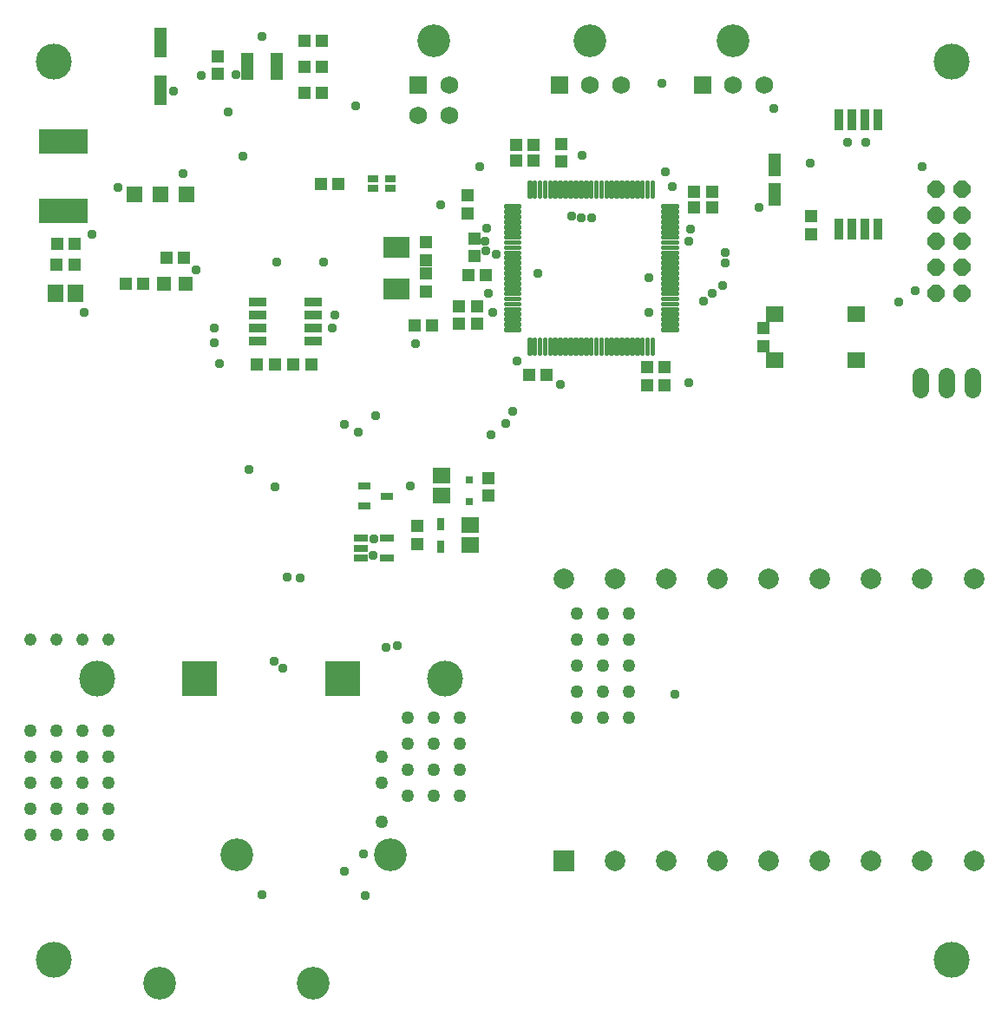
<source format=gbr>
G04 EAGLE Gerber RS-274X export*
G75*
%MOMM*%
%FSLAX34Y34*%
%LPD*%
%INSoldermask Top*%
%IPPOS*%
%AMOC8*
5,1,8,0,0,1.08239X$1,22.5*%
G01*
%ADD10R,1.403200X1.403200*%
%ADD11R,1.733200X1.733200*%
%ADD12C,1.733200*%
%ADD13C,3.203200*%
%ADD14R,1.203200X1.303200*%
%ADD15R,1.203200X3.003200*%
%ADD16R,1.303200X1.203200*%
%ADD17R,1.611200X1.611200*%
%ADD18R,4.703200X2.453200*%
%ADD19R,1.503200X1.703200*%
%ADD20R,1.253200X1.283200*%
%ADD21C,0.343072*%
%ADD22R,1.283200X1.253200*%
%ADD23R,1.753200X1.503200*%
%ADD24C,1.625600*%
%ADD25R,1.282700X0.660400*%
%ADD26P,1.759533X8X112.500000*%
%ADD27R,2.603200X2.103200*%
%ADD28R,1.203200X2.203200*%
%ADD29C,3.503200*%
%ADD30R,1.731200X0.853200*%
%ADD31R,2.003200X2.003200*%
%ADD32C,2.003200*%
%ADD33R,3.503200X3.503200*%
%ADD34R,0.803200X1.203200*%
%ADD35R,1.703200X1.503200*%
%ADD36R,1.403200X0.803200*%
%ADD37R,1.253200X0.803200*%
%ADD38R,0.653200X0.803200*%
%ADD39R,0.853200X2.053200*%
%ADD40R,1.053200X0.703200*%
%ADD41C,1.259600*%
%ADD42C,1.209600*%
%ADD43C,0.959600*%


D10*
X168570Y715010D03*
X189570Y715010D03*
D11*
X416800Y909300D03*
D12*
X416800Y879300D03*
X446800Y909300D03*
X446800Y879300D03*
D13*
X431800Y952500D03*
D14*
X305190Y927100D03*
X322190Y927100D03*
X322190Y952500D03*
X305190Y952500D03*
X322190Y901700D03*
X305190Y901700D03*
D15*
X165100Y950600D03*
X165100Y903600D03*
D16*
X220980Y919870D03*
X220980Y936870D03*
D17*
X139700Y802640D03*
X165100Y802640D03*
X190500Y802640D03*
D18*
X69850Y786590D03*
X69850Y854250D03*
D19*
X62890Y706120D03*
X81890Y706120D03*
D20*
X81140Y734060D03*
X63640Y734060D03*
D14*
X148200Y715010D03*
X131200Y715010D03*
D16*
X80890Y754380D03*
X63890Y754380D03*
X187570Y740410D03*
X170570Y740410D03*
D21*
X501569Y789549D02*
X515771Y789549D01*
X501569Y789549D02*
X501569Y790951D01*
X515771Y790951D01*
X515771Y789549D01*
X515771Y784549D02*
X501569Y784549D01*
X501569Y785951D01*
X515771Y785951D01*
X515771Y784549D01*
X515771Y779549D02*
X501569Y779549D01*
X501569Y780951D01*
X515771Y780951D01*
X515771Y779549D01*
X515771Y774549D02*
X501569Y774549D01*
X501569Y775951D01*
X515771Y775951D01*
X515771Y774549D01*
X515771Y769549D02*
X501569Y769549D01*
X501569Y770951D01*
X515771Y770951D01*
X515771Y769549D01*
X515771Y764549D02*
X501569Y764549D01*
X501569Y765951D01*
X515771Y765951D01*
X515771Y764549D01*
X515771Y759549D02*
X501569Y759549D01*
X501569Y760951D01*
X515771Y760951D01*
X515771Y759549D01*
X515771Y754549D02*
X501569Y754549D01*
X501569Y755951D01*
X515771Y755951D01*
X515771Y754549D01*
X515771Y749549D02*
X501569Y749549D01*
X501569Y750951D01*
X515771Y750951D01*
X515771Y749549D01*
X515771Y744549D02*
X501569Y744549D01*
X501569Y745951D01*
X515771Y745951D01*
X515771Y744549D01*
X515771Y739549D02*
X501569Y739549D01*
X501569Y740951D01*
X515771Y740951D01*
X515771Y739549D01*
X515771Y734549D02*
X501569Y734549D01*
X501569Y735951D01*
X515771Y735951D01*
X515771Y734549D01*
X515771Y729549D02*
X501569Y729549D01*
X501569Y730951D01*
X515771Y730951D01*
X515771Y729549D01*
X515771Y724549D02*
X501569Y724549D01*
X501569Y725951D01*
X515771Y725951D01*
X515771Y724549D01*
X515771Y719549D02*
X501569Y719549D01*
X501569Y720951D01*
X515771Y720951D01*
X515771Y719549D01*
X515771Y714549D02*
X501569Y714549D01*
X501569Y715951D01*
X515771Y715951D01*
X515771Y714549D01*
X515771Y709549D02*
X501569Y709549D01*
X501569Y710951D01*
X515771Y710951D01*
X515771Y709549D01*
X515771Y704549D02*
X501569Y704549D01*
X501569Y705951D01*
X515771Y705951D01*
X515771Y704549D01*
X515771Y699549D02*
X501569Y699549D01*
X501569Y700951D01*
X515771Y700951D01*
X515771Y699549D01*
X515771Y694549D02*
X501569Y694549D01*
X501569Y695951D01*
X515771Y695951D01*
X515771Y694549D01*
X515771Y689549D02*
X501569Y689549D01*
X501569Y690951D01*
X515771Y690951D01*
X515771Y689549D01*
X515771Y684549D02*
X501569Y684549D01*
X501569Y685951D01*
X515771Y685951D01*
X515771Y684549D01*
X515771Y679549D02*
X501569Y679549D01*
X501569Y680951D01*
X515771Y680951D01*
X515771Y679549D01*
X515771Y674549D02*
X501569Y674549D01*
X501569Y675951D01*
X515771Y675951D01*
X515771Y674549D01*
X515771Y669549D02*
X501569Y669549D01*
X501569Y670951D01*
X515771Y670951D01*
X515771Y669549D01*
X526171Y660551D02*
X526171Y646349D01*
X524769Y646349D01*
X524769Y660551D01*
X526171Y660551D01*
X526171Y649608D02*
X524769Y649608D01*
X524769Y652867D02*
X526171Y652867D01*
X526171Y656126D02*
X524769Y656126D01*
X524769Y659385D02*
X526171Y659385D01*
X531171Y660551D02*
X531171Y646349D01*
X529769Y646349D01*
X529769Y660551D01*
X531171Y660551D01*
X531171Y649608D02*
X529769Y649608D01*
X529769Y652867D02*
X531171Y652867D01*
X531171Y656126D02*
X529769Y656126D01*
X529769Y659385D02*
X531171Y659385D01*
X536171Y660551D02*
X536171Y646349D01*
X534769Y646349D01*
X534769Y660551D01*
X536171Y660551D01*
X536171Y649608D02*
X534769Y649608D01*
X534769Y652867D02*
X536171Y652867D01*
X536171Y656126D02*
X534769Y656126D01*
X534769Y659385D02*
X536171Y659385D01*
X541171Y660551D02*
X541171Y646349D01*
X539769Y646349D01*
X539769Y660551D01*
X541171Y660551D01*
X541171Y649608D02*
X539769Y649608D01*
X539769Y652867D02*
X541171Y652867D01*
X541171Y656126D02*
X539769Y656126D01*
X539769Y659385D02*
X541171Y659385D01*
X546171Y660551D02*
X546171Y646349D01*
X544769Y646349D01*
X544769Y660551D01*
X546171Y660551D01*
X546171Y649608D02*
X544769Y649608D01*
X544769Y652867D02*
X546171Y652867D01*
X546171Y656126D02*
X544769Y656126D01*
X544769Y659385D02*
X546171Y659385D01*
X551171Y660551D02*
X551171Y646349D01*
X549769Y646349D01*
X549769Y660551D01*
X551171Y660551D01*
X551171Y649608D02*
X549769Y649608D01*
X549769Y652867D02*
X551171Y652867D01*
X551171Y656126D02*
X549769Y656126D01*
X549769Y659385D02*
X551171Y659385D01*
X556171Y660551D02*
X556171Y646349D01*
X554769Y646349D01*
X554769Y660551D01*
X556171Y660551D01*
X556171Y649608D02*
X554769Y649608D01*
X554769Y652867D02*
X556171Y652867D01*
X556171Y656126D02*
X554769Y656126D01*
X554769Y659385D02*
X556171Y659385D01*
X561171Y660551D02*
X561171Y646349D01*
X559769Y646349D01*
X559769Y660551D01*
X561171Y660551D01*
X561171Y649608D02*
X559769Y649608D01*
X559769Y652867D02*
X561171Y652867D01*
X561171Y656126D02*
X559769Y656126D01*
X559769Y659385D02*
X561171Y659385D01*
X566171Y660551D02*
X566171Y646349D01*
X564769Y646349D01*
X564769Y660551D01*
X566171Y660551D01*
X566171Y649608D02*
X564769Y649608D01*
X564769Y652867D02*
X566171Y652867D01*
X566171Y656126D02*
X564769Y656126D01*
X564769Y659385D02*
X566171Y659385D01*
X571171Y660551D02*
X571171Y646349D01*
X569769Y646349D01*
X569769Y660551D01*
X571171Y660551D01*
X571171Y649608D02*
X569769Y649608D01*
X569769Y652867D02*
X571171Y652867D01*
X571171Y656126D02*
X569769Y656126D01*
X569769Y659385D02*
X571171Y659385D01*
X576171Y660551D02*
X576171Y646349D01*
X574769Y646349D01*
X574769Y660551D01*
X576171Y660551D01*
X576171Y649608D02*
X574769Y649608D01*
X574769Y652867D02*
X576171Y652867D01*
X576171Y656126D02*
X574769Y656126D01*
X574769Y659385D02*
X576171Y659385D01*
X581171Y660551D02*
X581171Y646349D01*
X579769Y646349D01*
X579769Y660551D01*
X581171Y660551D01*
X581171Y649608D02*
X579769Y649608D01*
X579769Y652867D02*
X581171Y652867D01*
X581171Y656126D02*
X579769Y656126D01*
X579769Y659385D02*
X581171Y659385D01*
X586171Y660551D02*
X586171Y646349D01*
X584769Y646349D01*
X584769Y660551D01*
X586171Y660551D01*
X586171Y649608D02*
X584769Y649608D01*
X584769Y652867D02*
X586171Y652867D01*
X586171Y656126D02*
X584769Y656126D01*
X584769Y659385D02*
X586171Y659385D01*
X591171Y660551D02*
X591171Y646349D01*
X589769Y646349D01*
X589769Y660551D01*
X591171Y660551D01*
X591171Y649608D02*
X589769Y649608D01*
X589769Y652867D02*
X591171Y652867D01*
X591171Y656126D02*
X589769Y656126D01*
X589769Y659385D02*
X591171Y659385D01*
X596171Y660551D02*
X596171Y646349D01*
X594769Y646349D01*
X594769Y660551D01*
X596171Y660551D01*
X596171Y649608D02*
X594769Y649608D01*
X594769Y652867D02*
X596171Y652867D01*
X596171Y656126D02*
X594769Y656126D01*
X594769Y659385D02*
X596171Y659385D01*
X601171Y660551D02*
X601171Y646349D01*
X599769Y646349D01*
X599769Y660551D01*
X601171Y660551D01*
X601171Y649608D02*
X599769Y649608D01*
X599769Y652867D02*
X601171Y652867D01*
X601171Y656126D02*
X599769Y656126D01*
X599769Y659385D02*
X601171Y659385D01*
X606171Y660551D02*
X606171Y646349D01*
X604769Y646349D01*
X604769Y660551D01*
X606171Y660551D01*
X606171Y649608D02*
X604769Y649608D01*
X604769Y652867D02*
X606171Y652867D01*
X606171Y656126D02*
X604769Y656126D01*
X604769Y659385D02*
X606171Y659385D01*
X611171Y660551D02*
X611171Y646349D01*
X609769Y646349D01*
X609769Y660551D01*
X611171Y660551D01*
X611171Y649608D02*
X609769Y649608D01*
X609769Y652867D02*
X611171Y652867D01*
X611171Y656126D02*
X609769Y656126D01*
X609769Y659385D02*
X611171Y659385D01*
X616171Y660551D02*
X616171Y646349D01*
X614769Y646349D01*
X614769Y660551D01*
X616171Y660551D01*
X616171Y649608D02*
X614769Y649608D01*
X614769Y652867D02*
X616171Y652867D01*
X616171Y656126D02*
X614769Y656126D01*
X614769Y659385D02*
X616171Y659385D01*
X621171Y660551D02*
X621171Y646349D01*
X619769Y646349D01*
X619769Y660551D01*
X621171Y660551D01*
X621171Y649608D02*
X619769Y649608D01*
X619769Y652867D02*
X621171Y652867D01*
X621171Y656126D02*
X619769Y656126D01*
X619769Y659385D02*
X621171Y659385D01*
X626171Y660551D02*
X626171Y646349D01*
X624769Y646349D01*
X624769Y660551D01*
X626171Y660551D01*
X626171Y649608D02*
X624769Y649608D01*
X624769Y652867D02*
X626171Y652867D01*
X626171Y656126D02*
X624769Y656126D01*
X624769Y659385D02*
X626171Y659385D01*
X631171Y660551D02*
X631171Y646349D01*
X629769Y646349D01*
X629769Y660551D01*
X631171Y660551D01*
X631171Y649608D02*
X629769Y649608D01*
X629769Y652867D02*
X631171Y652867D01*
X631171Y656126D02*
X629769Y656126D01*
X629769Y659385D02*
X631171Y659385D01*
X636171Y660551D02*
X636171Y646349D01*
X634769Y646349D01*
X634769Y660551D01*
X636171Y660551D01*
X636171Y649608D02*
X634769Y649608D01*
X634769Y652867D02*
X636171Y652867D01*
X636171Y656126D02*
X634769Y656126D01*
X634769Y659385D02*
X636171Y659385D01*
X641171Y660551D02*
X641171Y646349D01*
X639769Y646349D01*
X639769Y660551D01*
X641171Y660551D01*
X641171Y649608D02*
X639769Y649608D01*
X639769Y652867D02*
X641171Y652867D01*
X641171Y656126D02*
X639769Y656126D01*
X639769Y659385D02*
X641171Y659385D01*
X646171Y660551D02*
X646171Y646349D01*
X644769Y646349D01*
X644769Y660551D01*
X646171Y660551D01*
X646171Y649608D02*
X644769Y649608D01*
X644769Y652867D02*
X646171Y652867D01*
X646171Y656126D02*
X644769Y656126D01*
X644769Y659385D02*
X646171Y659385D01*
X655169Y669549D02*
X669371Y669549D01*
X655169Y669549D02*
X655169Y670951D01*
X669371Y670951D01*
X669371Y669549D01*
X669371Y674549D02*
X655169Y674549D01*
X655169Y675951D01*
X669371Y675951D01*
X669371Y674549D01*
X669371Y679549D02*
X655169Y679549D01*
X655169Y680951D01*
X669371Y680951D01*
X669371Y679549D01*
X669371Y684549D02*
X655169Y684549D01*
X655169Y685951D01*
X669371Y685951D01*
X669371Y684549D01*
X669371Y689549D02*
X655169Y689549D01*
X655169Y690951D01*
X669371Y690951D01*
X669371Y689549D01*
X669371Y694549D02*
X655169Y694549D01*
X655169Y695951D01*
X669371Y695951D01*
X669371Y694549D01*
X669371Y699549D02*
X655169Y699549D01*
X655169Y700951D01*
X669371Y700951D01*
X669371Y699549D01*
X669371Y704549D02*
X655169Y704549D01*
X655169Y705951D01*
X669371Y705951D01*
X669371Y704549D01*
X669371Y709549D02*
X655169Y709549D01*
X655169Y710951D01*
X669371Y710951D01*
X669371Y709549D01*
X669371Y714549D02*
X655169Y714549D01*
X655169Y715951D01*
X669371Y715951D01*
X669371Y714549D01*
X669371Y719549D02*
X655169Y719549D01*
X655169Y720951D01*
X669371Y720951D01*
X669371Y719549D01*
X669371Y724549D02*
X655169Y724549D01*
X655169Y725951D01*
X669371Y725951D01*
X669371Y724549D01*
X669371Y729549D02*
X655169Y729549D01*
X655169Y730951D01*
X669371Y730951D01*
X669371Y729549D01*
X669371Y734549D02*
X655169Y734549D01*
X655169Y735951D01*
X669371Y735951D01*
X669371Y734549D01*
X669371Y739549D02*
X655169Y739549D01*
X655169Y740951D01*
X669371Y740951D01*
X669371Y739549D01*
X669371Y744549D02*
X655169Y744549D01*
X655169Y745951D01*
X669371Y745951D01*
X669371Y744549D01*
X669371Y749549D02*
X655169Y749549D01*
X655169Y750951D01*
X669371Y750951D01*
X669371Y749549D01*
X669371Y754549D02*
X655169Y754549D01*
X655169Y755951D01*
X669371Y755951D01*
X669371Y754549D01*
X669371Y759549D02*
X655169Y759549D01*
X655169Y760951D01*
X669371Y760951D01*
X669371Y759549D01*
X669371Y764549D02*
X655169Y764549D01*
X655169Y765951D01*
X669371Y765951D01*
X669371Y764549D01*
X669371Y769549D02*
X655169Y769549D01*
X655169Y770951D01*
X669371Y770951D01*
X669371Y769549D01*
X669371Y774549D02*
X655169Y774549D01*
X655169Y775951D01*
X669371Y775951D01*
X669371Y774549D01*
X669371Y779549D02*
X655169Y779549D01*
X655169Y780951D01*
X669371Y780951D01*
X669371Y779549D01*
X669371Y784549D02*
X655169Y784549D01*
X655169Y785951D01*
X669371Y785951D01*
X669371Y784549D01*
X669371Y789549D02*
X655169Y789549D01*
X655169Y790951D01*
X669371Y790951D01*
X669371Y789549D01*
X646171Y799949D02*
X646171Y814151D01*
X646171Y799949D02*
X644769Y799949D01*
X644769Y814151D01*
X646171Y814151D01*
X646171Y803208D02*
X644769Y803208D01*
X644769Y806467D02*
X646171Y806467D01*
X646171Y809726D02*
X644769Y809726D01*
X644769Y812985D02*
X646171Y812985D01*
X641171Y814151D02*
X641171Y799949D01*
X639769Y799949D01*
X639769Y814151D01*
X641171Y814151D01*
X641171Y803208D02*
X639769Y803208D01*
X639769Y806467D02*
X641171Y806467D01*
X641171Y809726D02*
X639769Y809726D01*
X639769Y812985D02*
X641171Y812985D01*
X636171Y814151D02*
X636171Y799949D01*
X634769Y799949D01*
X634769Y814151D01*
X636171Y814151D01*
X636171Y803208D02*
X634769Y803208D01*
X634769Y806467D02*
X636171Y806467D01*
X636171Y809726D02*
X634769Y809726D01*
X634769Y812985D02*
X636171Y812985D01*
X631171Y814151D02*
X631171Y799949D01*
X629769Y799949D01*
X629769Y814151D01*
X631171Y814151D01*
X631171Y803208D02*
X629769Y803208D01*
X629769Y806467D02*
X631171Y806467D01*
X631171Y809726D02*
X629769Y809726D01*
X629769Y812985D02*
X631171Y812985D01*
X626171Y814151D02*
X626171Y799949D01*
X624769Y799949D01*
X624769Y814151D01*
X626171Y814151D01*
X626171Y803208D02*
X624769Y803208D01*
X624769Y806467D02*
X626171Y806467D01*
X626171Y809726D02*
X624769Y809726D01*
X624769Y812985D02*
X626171Y812985D01*
X621171Y814151D02*
X621171Y799949D01*
X619769Y799949D01*
X619769Y814151D01*
X621171Y814151D01*
X621171Y803208D02*
X619769Y803208D01*
X619769Y806467D02*
X621171Y806467D01*
X621171Y809726D02*
X619769Y809726D01*
X619769Y812985D02*
X621171Y812985D01*
X616171Y814151D02*
X616171Y799949D01*
X614769Y799949D01*
X614769Y814151D01*
X616171Y814151D01*
X616171Y803208D02*
X614769Y803208D01*
X614769Y806467D02*
X616171Y806467D01*
X616171Y809726D02*
X614769Y809726D01*
X614769Y812985D02*
X616171Y812985D01*
X611171Y814151D02*
X611171Y799949D01*
X609769Y799949D01*
X609769Y814151D01*
X611171Y814151D01*
X611171Y803208D02*
X609769Y803208D01*
X609769Y806467D02*
X611171Y806467D01*
X611171Y809726D02*
X609769Y809726D01*
X609769Y812985D02*
X611171Y812985D01*
X606171Y814151D02*
X606171Y799949D01*
X604769Y799949D01*
X604769Y814151D01*
X606171Y814151D01*
X606171Y803208D02*
X604769Y803208D01*
X604769Y806467D02*
X606171Y806467D01*
X606171Y809726D02*
X604769Y809726D01*
X604769Y812985D02*
X606171Y812985D01*
X601171Y814151D02*
X601171Y799949D01*
X599769Y799949D01*
X599769Y814151D01*
X601171Y814151D01*
X601171Y803208D02*
X599769Y803208D01*
X599769Y806467D02*
X601171Y806467D01*
X601171Y809726D02*
X599769Y809726D01*
X599769Y812985D02*
X601171Y812985D01*
X596171Y814151D02*
X596171Y799949D01*
X594769Y799949D01*
X594769Y814151D01*
X596171Y814151D01*
X596171Y803208D02*
X594769Y803208D01*
X594769Y806467D02*
X596171Y806467D01*
X596171Y809726D02*
X594769Y809726D01*
X594769Y812985D02*
X596171Y812985D01*
X591171Y814151D02*
X591171Y799949D01*
X589769Y799949D01*
X589769Y814151D01*
X591171Y814151D01*
X591171Y803208D02*
X589769Y803208D01*
X589769Y806467D02*
X591171Y806467D01*
X591171Y809726D02*
X589769Y809726D01*
X589769Y812985D02*
X591171Y812985D01*
X586171Y814151D02*
X586171Y799949D01*
X584769Y799949D01*
X584769Y814151D01*
X586171Y814151D01*
X586171Y803208D02*
X584769Y803208D01*
X584769Y806467D02*
X586171Y806467D01*
X586171Y809726D02*
X584769Y809726D01*
X584769Y812985D02*
X586171Y812985D01*
X581171Y814151D02*
X581171Y799949D01*
X579769Y799949D01*
X579769Y814151D01*
X581171Y814151D01*
X581171Y803208D02*
X579769Y803208D01*
X579769Y806467D02*
X581171Y806467D01*
X581171Y809726D02*
X579769Y809726D01*
X579769Y812985D02*
X581171Y812985D01*
X576171Y814151D02*
X576171Y799949D01*
X574769Y799949D01*
X574769Y814151D01*
X576171Y814151D01*
X576171Y803208D02*
X574769Y803208D01*
X574769Y806467D02*
X576171Y806467D01*
X576171Y809726D02*
X574769Y809726D01*
X574769Y812985D02*
X576171Y812985D01*
X571171Y814151D02*
X571171Y799949D01*
X569769Y799949D01*
X569769Y814151D01*
X571171Y814151D01*
X571171Y803208D02*
X569769Y803208D01*
X569769Y806467D02*
X571171Y806467D01*
X571171Y809726D02*
X569769Y809726D01*
X569769Y812985D02*
X571171Y812985D01*
X566171Y814151D02*
X566171Y799949D01*
X564769Y799949D01*
X564769Y814151D01*
X566171Y814151D01*
X566171Y803208D02*
X564769Y803208D01*
X564769Y806467D02*
X566171Y806467D01*
X566171Y809726D02*
X564769Y809726D01*
X564769Y812985D02*
X566171Y812985D01*
X561171Y814151D02*
X561171Y799949D01*
X559769Y799949D01*
X559769Y814151D01*
X561171Y814151D01*
X561171Y803208D02*
X559769Y803208D01*
X559769Y806467D02*
X561171Y806467D01*
X561171Y809726D02*
X559769Y809726D01*
X559769Y812985D02*
X561171Y812985D01*
X556171Y814151D02*
X556171Y799949D01*
X554769Y799949D01*
X554769Y814151D01*
X556171Y814151D01*
X556171Y803208D02*
X554769Y803208D01*
X554769Y806467D02*
X556171Y806467D01*
X556171Y809726D02*
X554769Y809726D01*
X554769Y812985D02*
X556171Y812985D01*
X551171Y814151D02*
X551171Y799949D01*
X549769Y799949D01*
X549769Y814151D01*
X551171Y814151D01*
X551171Y803208D02*
X549769Y803208D01*
X549769Y806467D02*
X551171Y806467D01*
X551171Y809726D02*
X549769Y809726D01*
X549769Y812985D02*
X551171Y812985D01*
X546171Y814151D02*
X546171Y799949D01*
X544769Y799949D01*
X544769Y814151D01*
X546171Y814151D01*
X546171Y803208D02*
X544769Y803208D01*
X544769Y806467D02*
X546171Y806467D01*
X546171Y809726D02*
X544769Y809726D01*
X544769Y812985D02*
X546171Y812985D01*
X541171Y814151D02*
X541171Y799949D01*
X539769Y799949D01*
X539769Y814151D01*
X541171Y814151D01*
X541171Y803208D02*
X539769Y803208D01*
X539769Y806467D02*
X541171Y806467D01*
X541171Y809726D02*
X539769Y809726D01*
X539769Y812985D02*
X541171Y812985D01*
X536171Y814151D02*
X536171Y799949D01*
X534769Y799949D01*
X534769Y814151D01*
X536171Y814151D01*
X536171Y803208D02*
X534769Y803208D01*
X534769Y806467D02*
X536171Y806467D01*
X536171Y809726D02*
X534769Y809726D01*
X534769Y812985D02*
X536171Y812985D01*
X531171Y814151D02*
X531171Y799949D01*
X529769Y799949D01*
X529769Y814151D01*
X531171Y814151D01*
X531171Y803208D02*
X529769Y803208D01*
X529769Y806467D02*
X531171Y806467D01*
X531171Y809726D02*
X529769Y809726D01*
X529769Y812985D02*
X531171Y812985D01*
X526171Y814151D02*
X526171Y799949D01*
X524769Y799949D01*
X524769Y814151D01*
X526171Y814151D01*
X526171Y803208D02*
X524769Y803208D01*
X524769Y806467D02*
X526171Y806467D01*
X526171Y809726D02*
X524769Y809726D01*
X524769Y812985D02*
X526171Y812985D01*
D22*
X471170Y741820D03*
X471170Y759320D03*
D20*
X542150Y626110D03*
X524650Y626110D03*
D22*
X656590Y633590D03*
X656590Y616090D03*
D20*
X685940Y805180D03*
X703440Y805180D03*
X511950Y835660D03*
X529450Y835660D03*
X511950Y850900D03*
X529450Y850900D03*
X685940Y789940D03*
X703440Y789940D03*
D22*
X640080Y633590D03*
X640080Y616090D03*
X455930Y675780D03*
X455930Y693280D03*
D14*
X473710Y676030D03*
X473710Y693030D03*
D22*
X464820Y783730D03*
X464820Y801230D03*
D16*
X430140Y674370D03*
X413140Y674370D03*
D23*
X843660Y640440D03*
X764160Y640440D03*
X843660Y685440D03*
X764160Y685440D03*
D22*
X753110Y671690D03*
X753110Y654190D03*
D16*
X556260Y834780D03*
X556260Y851780D03*
D24*
X906780Y625602D02*
X906780Y611378D01*
X932180Y611378D02*
X932180Y625602D01*
X957580Y625602D02*
X957580Y611378D01*
D25*
X278321Y917350D03*
X278321Y923850D03*
X278321Y930350D03*
X278321Y936850D03*
X250000Y936850D03*
X250000Y930350D03*
X250000Y923850D03*
X250000Y917350D03*
D22*
X424180Y725030D03*
X424180Y707530D03*
X424180Y738010D03*
X424180Y755510D03*
D26*
X947420Y706120D03*
X922020Y706120D03*
X947420Y731520D03*
X922020Y731520D03*
X947420Y756920D03*
X922020Y756920D03*
X947420Y782320D03*
X922020Y782320D03*
X947420Y807720D03*
X922020Y807720D03*
D27*
X394970Y709750D03*
X394970Y750750D03*
D11*
X554200Y909300D03*
D12*
X584200Y909300D03*
X614200Y909300D03*
D13*
X584200Y952500D03*
D11*
X693900Y909300D03*
D12*
X723900Y909300D03*
X753900Y909300D03*
D13*
X723900Y952500D03*
D22*
X800100Y763410D03*
X800100Y780910D03*
D28*
X764540Y830860D03*
X764540Y802360D03*
D29*
X937260Y932180D03*
X60960Y932180D03*
X60960Y55880D03*
X937260Y55880D03*
D14*
X465210Y723900D03*
X482210Y723900D03*
D30*
X314130Y659130D03*
X314130Y671830D03*
X314130Y684530D03*
X314130Y697230D03*
X259910Y697230D03*
X259910Y684530D03*
X259910Y671830D03*
X259910Y659130D03*
D20*
X312280Y636270D03*
X294780Y636270D03*
X259220Y636270D03*
X276720Y636270D03*
D13*
X389300Y157700D03*
X314300Y32700D03*
X239300Y157700D03*
X164300Y32700D03*
D31*
X558800Y152400D03*
D32*
X608800Y152400D03*
X658800Y152400D03*
X708800Y152400D03*
X758800Y152400D03*
X808800Y152400D03*
X858800Y152400D03*
X908800Y152400D03*
X958800Y152400D03*
X958800Y427400D03*
X908800Y427400D03*
X858800Y427400D03*
X808800Y427400D03*
X758800Y427400D03*
X708800Y427400D03*
X658800Y427400D03*
X608800Y427400D03*
X558800Y427400D03*
D33*
X342900Y330200D03*
D29*
X442900Y330200D03*
D34*
X438150Y480900D03*
X438150Y458900D03*
D35*
X467360Y479400D03*
X467360Y460400D03*
X439420Y508660D03*
X439420Y527660D03*
D36*
X360880Y466700D03*
X360880Y457200D03*
X360880Y447700D03*
X385880Y447700D03*
X385880Y466700D03*
D37*
X363650Y517500D03*
X363650Y498500D03*
X385650Y508000D03*
D22*
X415290Y478650D03*
X415290Y461150D03*
D38*
X466090Y523680D03*
X466090Y502480D03*
D39*
X826770Y768440D03*
X839470Y768440D03*
X852170Y768440D03*
X864870Y768440D03*
X864870Y874940D03*
X852170Y874940D03*
X839470Y874940D03*
X826770Y874940D03*
D40*
X372250Y817800D03*
X389750Y817800D03*
X389750Y807800D03*
X372250Y807800D03*
D14*
X321700Y812800D03*
X338700Y812800D03*
D22*
X485140Y525640D03*
X485140Y508140D03*
D33*
X203200Y330200D03*
D29*
X103200Y330200D03*
D41*
X406400Y292100D03*
X114300Y228600D03*
X88900Y228600D03*
X88900Y203200D03*
X114300Y203200D03*
X88900Y177800D03*
X114300Y177800D03*
X63500Y177800D03*
X38100Y177800D03*
X38100Y203200D03*
X63500Y203200D03*
X63500Y228600D03*
X38100Y228600D03*
X38100Y254000D03*
X38100Y279400D03*
X63500Y254000D03*
X63500Y279400D03*
X88900Y254000D03*
X88900Y279400D03*
X114300Y254000D03*
X114300Y279400D03*
X381000Y190500D03*
X406400Y215900D03*
X431800Y215900D03*
X457200Y215900D03*
X457200Y241300D03*
X431800Y241300D03*
X406400Y241300D03*
X381000Y228600D03*
X381000Y254000D03*
X406400Y266700D03*
X431800Y266700D03*
X457200Y266700D03*
X457200Y292100D03*
X431800Y292100D03*
X571500Y292100D03*
X596900Y292100D03*
X622300Y292100D03*
X622300Y317500D03*
X596900Y317500D03*
X571500Y317500D03*
X571500Y342900D03*
X596900Y342900D03*
X622300Y342900D03*
X622300Y368300D03*
X596900Y368300D03*
X571500Y368300D03*
X571500Y393700D03*
X596900Y393700D03*
X622300Y393700D03*
D42*
X38100Y368300D03*
X63500Y368300D03*
X88900Y368300D03*
X114300Y368300D03*
D43*
X513080Y640080D03*
X408940Y518160D03*
X238760Y919480D03*
X177800Y902970D03*
X231140Y882650D03*
X278130Y736600D03*
X245110Y839470D03*
X90170Y687070D03*
X199390Y728980D03*
X908050Y829310D03*
X488950Y687070D03*
X485140Y706120D03*
X492760Y743740D03*
X483160Y769060D03*
X438150Y792480D03*
X476250Y829310D03*
X664210Y810260D03*
X749300Y789940D03*
X680720Y618490D03*
X554990Y617220D03*
X414020Y656590D03*
X323850Y736600D03*
X186690Y822960D03*
X97790Y763270D03*
X798830Y833120D03*
X222250Y637540D03*
X264160Y956310D03*
X355600Y889000D03*
X204470Y918210D03*
X123190Y808990D03*
X694690Y698500D03*
X533400Y725170D03*
X885190Y697230D03*
X901700Y708660D03*
X641350Y687070D03*
X566222Y781050D03*
X576580Y840740D03*
X481876Y756965D03*
X482600Y747080D03*
X657860Y824230D03*
X641350Y721360D03*
X585470Y779780D03*
X713740Y713740D03*
X703580Y706120D03*
X575310Y779780D03*
X835660Y853440D03*
X763270Y886460D03*
X853440Y853440D03*
X654050Y910590D03*
X680720Y756920D03*
X716280Y735810D03*
X682421Y768420D03*
X716280Y745490D03*
X509020Y590800D03*
X335280Y684530D03*
X501650Y579120D03*
X332740Y671830D03*
X217170Y657860D03*
X217170Y671830D03*
X384810Y360680D03*
X372110Y450370D03*
X373380Y466090D03*
X300990Y427990D03*
X284480Y340360D03*
X364490Y118110D03*
X264160Y119380D03*
X288290Y429260D03*
X344170Y577850D03*
X374650Y586740D03*
X275590Y346710D03*
X396240Y361950D03*
X363220Y158750D03*
X344170Y142240D03*
X276860Y516890D03*
X251460Y534010D03*
X358140Y570230D03*
X487680Y567690D03*
X666750Y314960D03*
M02*

</source>
